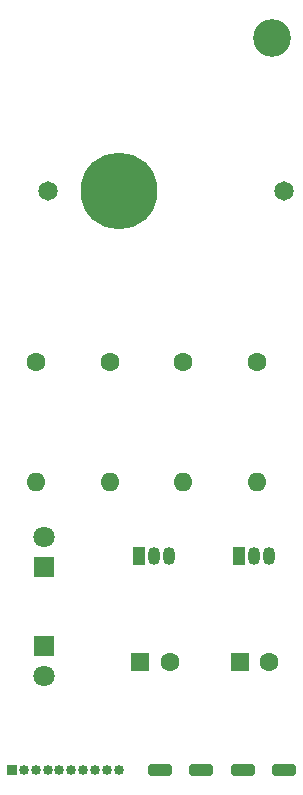
<source format=gbr>
%TF.GenerationSoftware,KiCad,Pcbnew,7.0.7*%
%TF.CreationDate,2024-04-06T11:31:03+09:00*%
%TF.ProjectId,PCB_AstMul,5043425f-4173-4744-9d75-6c2e6b696361,rev?*%
%TF.SameCoordinates,Original*%
%TF.FileFunction,Soldermask,Top*%
%TF.FilePolarity,Negative*%
%FSLAX46Y46*%
G04 Gerber Fmt 4.6, Leading zero omitted, Abs format (unit mm)*
G04 Created by KiCad (PCBNEW 7.0.7) date 2024-04-06 11:31:03*
%MOMM*%
%LPD*%
G01*
G04 APERTURE LIST*
G04 Aperture macros list*
%AMRoundRect*
0 Rectangle with rounded corners*
0 $1 Rounding radius*
0 $2 $3 $4 $5 $6 $7 $8 $9 X,Y pos of 4 corners*
0 Add a 4 corners polygon primitive as box body*
4,1,4,$2,$3,$4,$5,$6,$7,$8,$9,$2,$3,0*
0 Add four circle primitives for the rounded corners*
1,1,$1+$1,$2,$3*
1,1,$1+$1,$4,$5*
1,1,$1+$1,$6,$7*
1,1,$1+$1,$8,$9*
0 Add four rect primitives between the rounded corners*
20,1,$1+$1,$2,$3,$4,$5,0*
20,1,$1+$1,$4,$5,$6,$7,0*
20,1,$1+$1,$6,$7,$8,$9,0*
20,1,$1+$1,$8,$9,$2,$3,0*%
G04 Aperture macros list end*
%ADD10RoundRect,0.250000X0.750000X-0.250000X0.750000X0.250000X-0.750000X0.250000X-0.750000X-0.250000X0*%
%ADD11R,1.050000X1.500000*%
%ADD12O,1.050000X1.500000*%
%ADD13R,1.800000X1.800000*%
%ADD14C,1.800000*%
%ADD15C,1.600000*%
%ADD16O,1.600000X1.600000*%
%ADD17R,0.850000X0.850000*%
%ADD18O,0.850000X0.850000*%
%ADD19R,1.600000X1.600000*%
%ADD20C,6.500000*%
%ADD21C,1.650000*%
%ADD22C,3.200000*%
G04 APERTURE END LIST*
D10*
%TO.C,REF\u002A\u002A*%
X73000000Y-86500000D03*
%TD*%
%TO.C,REF\u002A\u002A*%
X66000000Y-86500000D03*
%TD*%
D11*
%TO.C,Q2*%
X72691250Y-68360000D03*
D12*
X73961250Y-68360000D03*
X75231250Y-68360000D03*
%TD*%
D10*
%TO.C,REF\u002A\u002A*%
X69500000Y-86500000D03*
%TD*%
D13*
%TO.C,D1*%
X56231250Y-75955000D03*
D14*
X56231250Y-78495000D03*
%TD*%
D10*
%TO.C,REF\u002A\u002A*%
X76500000Y-86500000D03*
%TD*%
D15*
%TO.C,R1*%
X74231250Y-51920000D03*
D16*
X74231250Y-62080000D03*
%TD*%
D11*
%TO.C,Q1*%
X64231250Y-68360000D03*
D12*
X65501250Y-68360000D03*
X66771250Y-68360000D03*
%TD*%
D15*
%TO.C,R3*%
X61743750Y-51920000D03*
D16*
X61743750Y-62080000D03*
%TD*%
D17*
%TO.C,REF\u002A\u002A*%
X53500000Y-86500000D03*
D18*
X54500000Y-86500000D03*
X55500000Y-86500000D03*
X56500000Y-86500000D03*
X57500000Y-86500000D03*
X58500000Y-86500000D03*
X59500000Y-86500000D03*
X60500000Y-86500000D03*
X61500000Y-86500000D03*
X62500000Y-86500000D03*
%TD*%
D19*
%TO.C,C2*%
X72778871Y-77360000D03*
D15*
X75278871Y-77360000D03*
%TD*%
D20*
%TO.C,U1*%
X62500000Y-37500000D03*
D21*
X56500000Y-37500000D03*
X76500000Y-37500000D03*
%TD*%
D13*
%TO.C,D2*%
X56231250Y-69275000D03*
D14*
X56231250Y-66735000D03*
%TD*%
D22*
%TO.C,REF\u002A\u002A*%
X75500000Y-24500000D03*
%TD*%
D19*
%TO.C,C1*%
X64318871Y-77360000D03*
D15*
X66818871Y-77360000D03*
%TD*%
%TO.C,R2*%
X67987500Y-51920000D03*
D16*
X67987500Y-62080000D03*
%TD*%
D15*
%TO.C,R4*%
X55500000Y-51920000D03*
D16*
X55500000Y-62080000D03*
%TD*%
M02*

</source>
